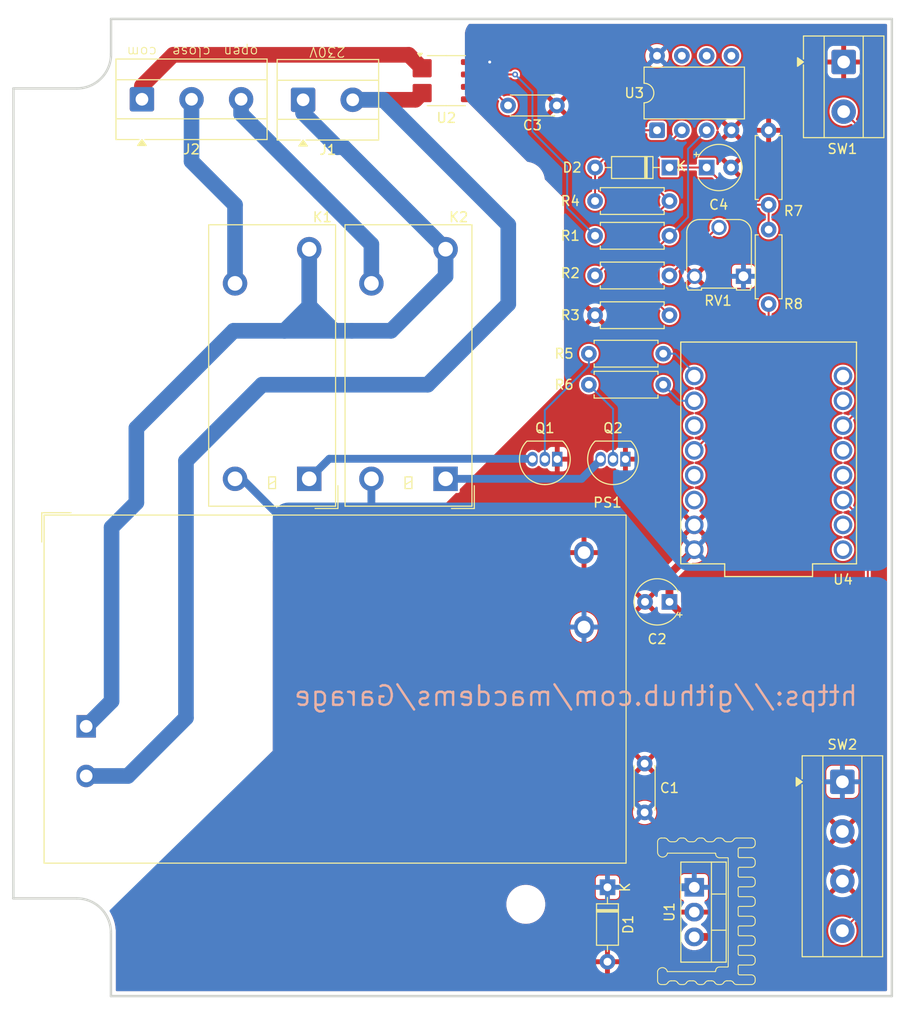
<source format=kicad_pcb>
(kicad_pcb (version 20241229) (generator "pcbnew") (generator_version "9.0")
  (layers (0 "F.Cu" signal) (2 "B.Cu" signal) (13 "F.Paste" user) (15 "B.Paste" user) (5 "F.SilkS" user "F.Silkscreen") (7 "B.SilkS" user "B.Silkscreen") (1 "F.Mask" user) (3 "B.Mask" user) (25 "Edge.Cuts" user))
  (net 0 "")
  (net 1 "GND")
  (net 2 "+12V")
  (net 3 "+5V")
  (net 4 "Net-(D2-K)")
  (net 5 "Net-(D2-A)")
  (net 6 "AC{slash}L")
  (net 7 "AC{slash}N")
  (net 8 "AC{slash}G1")
  (net 9 "Net-(Q1-C)")
  (net 10 "AC{slash}G2")
  (net 11 "Net-(Q2-C)")
  (net 12 "Net-(Q1-B)")
  (net 13 "Net-(Q2-B)")
  (net 14 "Net-(U2-VIOUT)")
  (net 15 "Net-(U3A-+)")
  (net 16 "Net-(R2-Pad2)")
  (net 17 "Net-(U3A--)")
  (net 18 "Net-(U4-GPIO1)")
  (net 19 "Net-(U4-GPIO0)")
  (net 20 "Net-(U2-FILTER)")
  (net 22 "Net-(U4-GPIO10)")
  (net 24 "Net-(U4-GPIO3)")
  (net 29 "Net-(SW2-2)")
  (footprint "Resistor_THT:R_Axial_DIN0207_L6.3mm_D2.5mm_P7.62mm_Horizontal" (layer "F.Cu") (at 115 80.645)
    (property "Reference" "R5" (at -2.54 0 0) (layer "F.SilkS"))
    (property "Value" "10k")
    (pad "1" thru_hole circle (at 0 0) (size 1.6 1.6) (drill 0.8) (layers "*.Cu" "*.Mask") (net 12 "Net-(Q1-B)"))
    (pad "2" thru_hole oval (at 7.62 0) (size 1.6 1.6) (drill 0.8) (layers "*.Cu" "*.Mask") (net 19 "Net-(U4-GPIO0)"))
  )
  (footprint "Package_DIP:DIP-8_W7.62mm" (layer "F.Cu") (at 121.985 57.78 90)
    (property "Reference" "U3" (at 3.81 -2.33 180) (layer "F.SilkS"))
    (property "Value" "LM358")
    (pad "1" thru_hole roundrect (at 0 0 90) (size 1.6 1.6) (drill 0.8) (layers "*.Cu" "*.Mask") (roundrect_rratio 0.15625) (net 5 "Net-(D2-A)"))
    (pad "2" thru_hole circle (at 0 2.54 90) (size 1.6 1.6) (drill 0.8) (layers "*.Cu" "*.Mask") (net 17 "Net-(U3A--)"))
    (pad "3" thru_hole circle (at 0 5.08 90) (size 1.6 1.6) (drill 0.8) (layers "*.Cu" "*.Mask") (net 15 "Net-(U3A-+)"))
    (pad "4" thru_hole circle (at 0 7.62 90) (size 1.6 1.6) (drill 0.8) (layers "*.Cu" "*.Mask") (net 1 "GND"))
    (pad "5" thru_hole circle (at 7.62 7.62 90) (size 1.6 1.6) (drill 0.8) (layers "*.Cu" "*.Mask"))
    (pad "6" thru_hole circle (at 7.62 5.08 90) (size 1.6 1.6) (drill 0.8) (layers "*.Cu" "*.Mask"))
    (pad "7" thru_hole circle (at 7.62 2.54 90) (size 1.6 1.6) (drill 0.8) (layers "*.Cu" "*.Mask"))
    (pad "8" thru_hole circle (at 7.62 0 90) (size 1.6 1.6) (drill 0.8) (layers "*.Cu" "*.Mask") (net 3 "+5V"))
  )
  (footprint "TerminalBlock_MetzConnect:TerminalBlock_MetzConnect_Type101_RT01603HBWC_1x03_P5.08mm_Horizontal" (layer "F.Cu") (at 69.215 54.61)
    (property "Reference" "J2" (at 5.08 5.1225 0) (layer "F.SilkS"))
    (property "Value" "Gate")
    (fp_text user "close" (at 7.106191 -5.4356 180) (layer "F.SilkS") (effects (font (thickness 0.1)) (justify left bottom)))
    (fp_text user "open" (at 11.9888 -5.4356 180) (layer "F.SilkS") (effects (font (thickness 0.1)) (justify left bottom)))
    (fp_text user "com" (at 1.597619 -5.4356 180) (layer "F.SilkS") (effects (font (thickness 0.1)) (justify left bottom)))
    (pad "1" thru_hole roundrect (at 0 0) (size 2.5 2.5) (drill 1.3) (layers "*.Cu" "*.Mask") (roundrect_rratio 0.1) (net 7 "AC{slash}N"))
    (pad "2" thru_hole circle (at 5.08 0) (size 2.5 2.5) (drill 1.3) (layers "*.Cu" "*.Mask") (net 8 "AC{slash}G1"))
    (pad "3" thru_hole circle (at 10.16 0) (size 2.5 2.5) (drill 1.3) (layers "*.Cu" "*.Mask") (net 10 "AC{slash}G2"))
  )
  (footprint "Resistor_THT:R_Axial_DIN0207_L6.3mm_D2.5mm_P7.62mm_Horizontal" (layer "F.Cu") (at 115.635 68.58)
    (property "Reference" "R1" (at -2.54 0 0) (layer "F.SilkS"))
    (property "Value" "10k")
    (pad "1" thru_hole circle (at 0 0) (size 1.6 1.6) (drill 0.8) (layers "*.Cu" "*.Mask") (net 14 "Net-(U2-VIOUT)"))
    (pad "2" thru_hole oval (at 7.62 0) (size 1.6 1.6) (drill 0.8) (layers "*.Cu" "*.Mask") (net 15 "Net-(U3A-+)"))
  )
  (footprint "MountingHole:MountingHole_3.5mm" (layer "F.Cu") (at 108.54 137)
    (property "Reference" "H3" (hide yes))
    (property "Value" "MountingHole" (hide yes))
    (pad "" np_thru_hole circle (at 0 0) (size 3.5 3.5) (drill 3.5) (layers "*.Cu" "*.Mask"))
  )
  (footprint "Capacitor_THT:CP_Radial_Tantal_D4.5mm_P2.50mm" (layer "F.Cu") (at 123.255 106.045 180)
    (property "Reference" "C2" (at 1.27 -3.81 180) (layer "F.SilkS"))
    (property "Value" "22µF")
    (pad "1" thru_hole rect (at 0 0 180) (size 1.6 1.6) (drill 0.8) (layers "*.Cu" "*.Mask") (net 3 "+5V"))
    (pad "2" thru_hole circle (at 2.5 0 180) (size 1.6 1.6) (drill 0.8) (layers "*.Cu" "*.Mask") (net 1 "GND"))
  )
  (footprint "Capacitor_THT:C_Disc_D4.3mm_W1.9mm_P5.00mm" (layer "F.Cu") (at 106.72 55.245)
    (property "Reference" "C3" (at 2.5 2.025 0) (layer "F.SilkS"))
    (property "Value" "1nF")
    (pad "1" thru_hole circle (at 0 0) (size 1.6 1.6) (drill 0.8) (layers "*.Cu" "*.Mask") (net 20 "Net-(U2-FILTER)"))
    (pad "2" thru_hole circle (at 5 0) (size 1.6 1.6) (drill 0.8) (layers "*.Cu" "*.Mask") (net 1 "GND"))
  )
  (footprint "TerminalBlock_MetzConnect:TerminalBlock_MetzConnect_Type101_RT01604HBWC_1x04_P5.08mm_Horizontal" (layer "F.Cu") (at 140.97 124.46 -90)
    (property "Reference" "SW2" (at -3.81 0 0) (layer "F.SilkS"))
    (property "Value" "Radio")
    (pad "1" thru_hole roundrect (at 0 0 270) (size 2.5 2.5) (drill 1.3) (layers "*.Cu" "*.Mask") (roundrect_rratio 0.1) (net 2 "+12V"))
    (pad "2" thru_hole circle (at 5.08 0 270) (size 2.5 2.5) (drill 1.3) (layers "*.Cu" "*.Mask") (net 1 "GND"))
    (pad "3" thru_hole circle (at 10.16 0 270) (size 2.5 2.5) (drill 1.3) (layers "*.Cu" "*.Mask") (net 1 "GND"))
    (pad "4" thru_hole circle (at 15.24 0 270) (size 2.5 2.5) (drill 1.3) (layers "*.Cu" "*.Mask") (net 29 "Net-(SW2-2)"))
  )
  (footprint "Package_TO_SOT_THT:TO-220-3_Vertical" (layer "F.Cu") (at 125.795 135.255 -90)
    (property "Reference" "U1" (at 2.54 2.54 90) (layer "F.SilkS"))
    (property "Value" "LM2940T-5.0/NOPB")
    (pad "1" thru_hole rect (at 0 0 270) (size 1.905 2) (drill 1.1) (layers "*.Cu" "*.Mask") (net 2 "+12V"))
    (pad "2" thru_hole oval (at 2.54 0 270) (size 1.905 2) (drill 1.1) (layers "*.Cu" "*.Mask") (net 1 "GND"))
    (pad "3" thru_hole oval (at 5.08 0 270) (size 1.905 2) (drill 1.1) (layers "*.Cu" "*.Mask") (net 3 "+5V"))
  )
  (footprint "Package_SO:SOIC-8_3.9x4.9mm_P1.27mm" (layer "F.Cu") (at 100.395 52.705)
    (property "Reference" "U2" (at 0 3.81 180) (layer "F.SilkS"))
    (property "Value" "ACS712xLCTR-05B")
    (pad "1" smd roundrect (at -2.475 -1.27) (size 1.95 1.87) (layers "F.Cu" "F.Mask" "F.Paste") (roundrect_rratio 0.08021390374) (net 7 "AC{slash}N") (clearance 0.6))
    (pad "4" smd roundrect (at -2.475 1.27) (size 1.95 1.87) (layers "F.Cu" "F.Mask" "F.Paste") (roundrect_rratio 0.08021390374) (net 7 "AC{slash}N") (clearance 0.6))
    (pad "5" smd roundrect (at 2.475 1.905) (size 1.95 0.6) (layers "F.Cu" "F.Mask" "F.Paste") (net 1 "GND"))
    (pad "6" smd roundrect (at 2.475 0.635) (size 1.95 0.6) (layers "F.Cu" "F.Mask" "F.Paste") (net 20 "Net-(U2-FILTER)"))
    (pad "7" smd roundrect (at 2.475 -0.635) (size 1.95 0.6) (layers "F.Cu" "F.Mask" "F.Paste") (net 14 "Net-(U2-VIOUT)"))
    (pad "8" smd roundrect (at 2.475 -1.905) (size 1.95 0.6) (layers "F.Cu" "F.Mask" "F.Paste") (net 3 "+5V"))
  )
  (footprint "TerminalBlock_MetzConnect:TerminalBlock_MetzConnect_Type101_RT01602HBWC_1x02_P5.08mm_Horizontal" (layer "F.Cu") (at 85.725 54.6625)
    (property "Reference" "J1" (at 2.54 5.1225 0) (layer "F.SilkS"))
    (property "Value" "AC L/N")
    (fp_text user "230V" (at 2.4892 -5.4881 180) (layer "F.SilkS") (effects (font (thickness 0.1)) (justify bottom)))
    (pad "1" thru_hole roundrect (at 0 0) (size 2.5 2.5) (drill 1.3) (layers "*.Cu" "*.Mask") (roundrect_rratio 0.1) (net 6 "AC{slash}L"))
    (pad "2" thru_hole circle (at 5.08 0) (size 2.5 2.5) (drill 1.3) (layers "*.Cu" "*.Mask") (net 7 "AC{slash}N"))
  )
  (footprint "Resistor_THT:R_Axial_DIN0207_L6.3mm_D2.5mm_P7.62mm_Horizontal" (layer "F.Cu") (at 115.635 76.708)
    (property "Reference" "R3" (at -2.54 0 0) (layer "F.SilkS"))
    (property "Value" "68k")
    (pad "1" thru_hole circle (at 0 0) (size 1.6 1.6) (drill 0.8) (layers "*.Cu" "*.Mask") (net 1 "GND"))
    (pad "2" thru_hole oval (at 7.62 0) (size 1.6 1.6) (drill 0.8) (layers "*.Cu" "*.Mask") (net 15 "Net-(U3A-+)"))
  )
  (footprint "Diode_THT:D_DO-35_SOD27_P7.62mm_Horizontal" (layer "F.Cu") (at 116.905 135.255 -90)
    (property "Reference" "D1" (at 3.81 -2.12 270) (layer "F.SilkS"))
    (property "Value" "1N4148")
    (fp_text user "K" (at 0 -1.8 270) (layer "F.SilkS"))
    (pad "1" thru_hole rect (at 0 0 270) (size 1.6 1.6) (drill 0.8) (layers "*.Cu" "*.Mask") (net 2 "+12V"))
    (pad "2" thru_hole oval (at 7.62 0 270) (size 1.6 1.6) (drill 0.8) (layers "*.Cu" "*.Mask") (net 1 "GND"))
  )
  (footprint "Package_TO_SOT_THT:TO-92_Inline" (layer "F.Cu") (at 118.745 91.44 180)
    (property "Reference" "Q2" (at 1.27 3.175 0) (layer "F.SilkS"))
    (property "Value" "2N5551")
    (pad "1" thru_hole rect (at 0 0 180) (size 1.05 1.5) (drill 0.75) (layers "*.Cu" "*.Mask") (net 1 "GND"))
    (pad "2" thru_hole oval (at 1.27 0 180) (size 1.05 1.5) (drill 0.75) (layers "*.Cu" "*.Mask") (net 13 "Net-(Q2-B)"))
    (pad "3" thru_hole oval (at 2.54 0 180) (size 1.05 1.5) (drill 0.75) (layers "*.Cu" "*.Mask") (net 11 "Net-(Q2-C)"))
  )
  (footprint "Relay_THT:Relay_SPST_Panasonic_JW1_FormA" (layer "F.Cu") (at 86.3525 93.4525 90)
    (property "Reference" "K1" (at 26.7775 1.3425 180) (layer "F.SilkS"))
    (property "Value" "Relay_SPST-NO")
    (pad "1" thru_hole rect (at 0 0 180) (size 2.5 2.5) (drill 1.5) (layers "*.Cu" "*.Mask") (net 9 "Net-(Q1-C)"))
    (pad "4" thru_hole oval (at 23.5 0 180) (size 2.5 2.5) (drill 1.5) (layers "*.Cu" "*.Mask") (net 6 "AC{slash}L"))
    (pad "6" thru_hole oval (at 20 -7.6 180) (size 2.5 2.5) (drill 1.5) (layers "*.Cu" "*.Mask") (net 8 "AC{slash}G1"))
    (pad "8" thru_hole oval (at 0 -7.6 180) (size 2.5 2.5) (drill 1.5) (layers "*.Cu" "*.Mask") (net 2 "+12V"))
  )
  (footprint "ESP32-C3_SUPERMINI:MODULE_ESP32-C3_SUPERMINI_TH" (layer "F.Cu") (at 133.415 90.805 180)
    (property "Reference" "U4" (at -7.62 -12.96 180) (layer "F.SilkS"))
    (property "Value" "ESP32-C3_SUPERMINI_TH")
    (pad "0" thru_hole circle (at 7.62 7.88 180) (size 1.905 1.905) (drill 1.27) (layers "*.Cu" "*.Mask") (net 19 "Net-(U4-GPIO0)"))
    (pad "1" thru_hole circle (at 7.62 5.34 180) (size 1.905 1.905) (drill 1.27) (layers "*.Cu" "*.Mask") (net 18 "Net-(U4-GPIO1)"))
    (pad "2" thru_hole circle (at 7.62 2.8 180) (size 1.905 1.905) (drill 1.27) (layers "*.Cu" "*.Mask"))
    (pad "3" thru_hole circle (at 7.62 0.26 180) (size 1.905 1.905) (drill 1.27) (layers "*.Cu" "*.Mask") (net 24 "Net-(U4-GPIO3)"))
    (pad "3.3" thru_hole circle (at 7.62 -4.82 180) (size 1.905 1.905) (drill 1.27) (layers "*.Cu" "*.Mask"))
    (pad "4" thru_hole circle (at 7.62 -2.28 180) (size 1.905 1.905) (drill 1.27) (layers "*.Cu" "*.Mask"))
    (pad "5" thru_hole circle (at -7.62 -9.9 180) (size 1.905 1.905) (drill 1.27) (layers "*.Cu" "*.Mask"))
    (pad "5V" thru_hole circle (at 7.62 -9.9 180) (size 1.905 1.905) (drill 1.27) (layers "*.Cu" "*.Mask") (net 3 "+5V"))
    (pad "6" thru_hole circle (at -7.62 -7.36 180) (size 1.905 1.905) (drill 1.27) (layers "*.Cu" "*.Mask"))
    (pad "7" thru_hole circle (at -7.62 -4.82 180) (size 1.905 1.905) (drill 1.27) (layers "*.Cu" "*.Mask") (net 29 "Net-(SW2-2)"))
    (pad "8" thru_hole circle (at -7.62 -2.28 180) (size 1.905 1.905) (drill 1.27) (layers "*.Cu" "*.Mask"))
    (pad "9" thru_hole circle (at -7.62 0.26 180) (size 1.905 1.905) (drill 1.27) (layers "*.Cu" "*.Mask"))
    (pad "10" thru_hole circle (at -7.62 2.8 180) (size 1.905 1.905) (drill 1.27) (layers "*.Cu" "*.Mask") (net 22 "Net-(U4-GPIO10)"))
    (pad "20" thru_hole circle (at -7.62 5.34 180) (size 1.905 1.905) (drill 1.27) (layers "*.Cu" "*.Mask"))
    (pad "21" thru_hole circle (at -7.62 7.88 180) (size 1.905 1.905) (drill 1.27) (layers "*.Cu" "*.Mask"))
    (pad "G" thru_hole circle (at 7.62 -7.36 180) (size 1.905 1.905) (drill 1.27) (layers "*.Cu" "*.Mask") (net 1 "GND"))
  )
  (footprint "Package_TO_SOT_THT:TO-92_Inline" (layer "F.Cu") (at 111.76 91.44 180)
    (property "Reference" "Q1" (at 1.27 3.175 0) (layer "F.SilkS"))
    (property "Value" "2N5551")
    (pad "1" thru_hole rect (at 0 0 180) (size 1.05 1.5) (drill 0.75) (layers "*.Cu" "*.Mask") (net 1 "GND"))
    (pad "2" thru_hole oval (at 1.27 0 180) (size 1.05 1.5) (drill 0.75) (layers "*.Cu" "*.Mask") (net 12 "Net-(Q1-B)"))
    (pad "3" thru_hole oval (at 2.54 0 180) (size 1.05 1.5) (drill 0.75) (layers "*.Cu" "*.Mask") (net 9 "Net-(Q1-C)"))
  )
  (footprint "Potentiometer_THT:Potentiometer_Runtron_RM-065_Vertical" (layer "F.Cu") (at 130.835 72.725 180)
    (property "Reference" "RV1" (at 2.6 -2.5 0) (layer "F.SilkS"))
    (property "Value" "10k")
    (pad "1" thru_hole rect (at 0 0 180) (size 1.56 1.56) (drill 1) (layers "*.Cu" "*.Mask") (net 3 "+5V"))
    (pad "2" thru_hole circle (at 2.5 5 180) (size 1.56 1.56) (drill 1) (layers "*.Cu" "*.Mask") (net 16 "Net-(R2-Pad2)"))
    (pad "3" thru_hole circle (at 5 0 180) (size 1.56 1.56) (drill 1) (layers "*.Cu" "*.Mask") (net 1 "GND"))
  )
  (footprint "MountingHole:MountingHole_3.5mm" (layer "F.Cu") (at 63.5 90)
    (property "Reference" "H2" (hide yes))
    (property "Value" "MountingHole" (hide yes))
    (pad "" np_thru_hole circle (at 0 0) (size 3.5 3.5) (drill 3.5) (layers "*.Cu" "*.Mask"))
  )
  (footprint "Capacitor_THT:CP_Radial_Tantal_D4.5mm_P2.50mm" (layer "F.Cu") (at 127.065 61.595)
    (property "Reference" "C4" (at 1.23 3.81 0) (layer "F.SilkS"))
    (property "Value" "22uF")
    (pad "1" thru_hole rect (at 0 0) (size 1.6 1.6) (drill 0.8) (layers "*.Cu" "*.Mask") (net 4 "Net-(D2-K)"))
    (pad "2" thru_hole circle (at 2.5 0) (size 1.6 1.6) (drill 0.8) (layers "*.Cu" "*.Mask") (net 1 "GND"))
  )
  (footprint "Resistor_THT:R_Axial_DIN0207_L6.3mm_D2.5mm_P7.62mm_Horizontal" (layer "F.Cu") (at 115.635 72.644)
    (property "Reference" "R2" (at -2.54 -0.24 0) (layer "F.SilkS"))
    (property "Value" "10k")
    (pad "1" thru_hole circle (at 0 0) (size 1.6 1.6) (drill 0.8) (layers "*.Cu" "*.Mask") (net 17 "Net-(U3A--)"))
    (pad "2" thru_hole oval (at 7.62 0) (size 1.6 1.6) (drill 0.8) (layers "*.Cu" "*.Mask") (net 16 "Net-(R2-Pad2)"))
  )
  (footprint "Resistor_THT:R_Axial_DIN0207_L6.3mm_D2.5mm_P7.62mm_Horizontal" (layer "F.Cu") (at 133.415 75.565 90)
    (property "Reference" "R8" (at 0 2.54 180) (layer "F.SilkS"))
    (property "Value" "5k6")
    (pad "1" thru_hole circle (at 0 0 90) (size 1.6 1.6) (drill 0.8) (layers "*.Cu" "*.Mask") (net 24 "Net-(U4-GPIO3)"))
    (pad "2" thru_hole oval (at 7.62 0 90) (size 1.6 1.6) (drill 0.8) (layers "*.Cu" "*.Mask") (net 4 "Net-(D2-K)"))
  )
  (footprint "Resistor_THT:R_Axial_DIN0207_L6.3mm_D2.5mm_P7.62mm_Horizontal" (layer "F.Cu") (at 115 83.82)
    (property "Reference" "R6" (at -2.54 0 0) (layer "F.SilkS"))
    (property "Value" "10k")
    (pad "1" thru_hole circle (at 0 0) (size 1.6 1.6) (drill 0.8) (layers "*.Cu" "*.Mask") (net 13 "Net-(Q2-B)"))
    (pad "2" thru_hole oval (at 7.62 0) (size 1.6 1.6) (drill 0.8) (layers "*.Cu" "*.Mask") (net 18 "Net-(U4-GPIO1)"))
  )
  (footprint "MountingHole:MountingHole_3.5mm" (layer "F.Cu") (at 108.5 63)
    (property "Reference" "H1" (hide yes))
    (property "Value" "MountingHole" (hide yes))
    (pad "" np_thru_hole circle (at 0 0) (size 3.5 3.5) (drill 3.5) (layers "*.Cu" "*.Mask"))
  )
  (footprint "Converter_ACDC:Converter_ACDC_Hi-Link_HLK-30Mxx" (layer "F.Cu") (at 63.5025 118.7825)
    (property "Reference" "PS1" (at 53.4025 -22.8975 180) (layer "F.SilkS"))
    (property "Value" "HLK-30M12C")
    (pad "1" thru_hole rect (at 0 0) (size 2 2.3) (drill 1.3) (layers "*.Cu" "*.Mask") (net 6 "AC{slash}L"))
    (pad "2" thru_hole oval (at 0 5.08) (size 2 2.3) (drill 1.3) (layers "*.Cu" "*.Mask") (net 7 "AC{slash}N"))
    (pad "3" thru_hole oval (at 51 -17.78) (size 2 2.3) (drill 1.3) (layers "*.Cu" "*.Mask") (net 1 "GND"))
    (pad "6" thru_hole oval (at 51 -10.16) (size 2 2.3) (drill 1.3) (layers "*.Cu" "*.Mask") (net 2 "+12V"))
  )
  (footprint "Resistor_THT:R_Axial_DIN0207_L6.3mm_D2.5mm_P7.62mm_Horizontal" (layer "F.Cu") (at 133.415 65.405 90)
    (property "Reference" "R7" (at -0.635 2.54 180) (layer "F.SilkS"))
    (property "Value" "4k7")
    (pad "1" thru_hole circle (at 0 0 90) (size 1.6 1.6) (drill 0.8) (layers "*.Cu" "*.Mask") (net 4 "Net-(D2-K)"))
    (pad "2" thru_hole oval (at 7.62 0 90) (size 1.6 1.6) (drill 0.8) (layers "*.Cu" "*.Mask") (net 1 "GND"))
  )
  (footprint "Custom:Heatsink_T8WC_TO-220" (layer "F.Cu") (at 129.095 137.655 -90)
    (property "Reference" "HS1" (hide yes))
    (property "Value" "Heatsink")
  )
  (footprint "Diode_THT:D_DO-35_SOD27_P7.62mm_Horizontal" (layer "F.Cu") (at 123.255 61.595 180)
    (property "Reference" "D2" (at 9.971 0 180) (layer "F.SilkS"))
    (property "Value" "1N4148")
    (fp_text user "K" (at -1.205 0.127 180) (layer "F.SilkS"))
    (pad "1" thru_hole rect (at 0 0 180) (size 1.6 1.6) (drill 0.8) (layers "*.Cu" "*.Mask") (net 4 "Net-(D2-K)"))
    (pad "2" thru_hole oval (at 7.62 0 180) (size 1.6 1.6) (drill 0.8) (layers "*.Cu" "*.Mask") (net 5 "Net-(D2-A)"))
  )
  (footprint "TerminalBlock_MetzConnect:TerminalBlock_MetzConnect_Type101_RT01602HBWC_1x02_P5.08mm_Horizontal" (layer "F.Cu") (at 141.1025 50.795 -90)
    (property "Reference" "SW1" (at 8.895 0.1325 0) (layer "F.SilkS"))
    (property "Value" "Button")
    (pad "1" thru_hole roundrect (at 0 0 270) (size 2.5 2.5) (drill 1.3) (layers "*.Cu" "*.Mask") (roundrect_rratio 0.1) (net 1 "GND"))
    (pad "2" thru_hole circle (at 5.08 0 270) (size 2.5 2.5) (drill 1.3) (layers "*.Cu" "*.Mask") (net 22 "Net-(U4-GPIO10)"))
  )
  (footprint "Capacitor_THT:C_Disc_D4.3mm_W1.9mm_P5.00mm" (layer "F.Cu") (at 120.715 127.595 90)
    (property "Reference" "C1" (at 2.5 2.54 180) (layer "F.SilkS"))
    (property "Value" "470nF")
    (pad "1" thru_hole circle (at 0 0 90) (size 1.6 1.6) (drill 0.8) (layers "*.Cu" "*.Mask") (net 2 "+12V"))
    (pad "2" thru_hole circle (at 5 0 90) (size 1.6 1.6) (drill 0.8) (layers "*.Cu" "*.Mask") (net 1 "GND"))
  )
  (footprint "Resistor_THT:R_Axial_DIN0207_L6.3mm_D2.5mm_P7.62mm_Horizontal" (layer "F.Cu") (at 115.635 65.024)
    (property "Reference" "R4" (at -2.54 0 0) (layer "F.SilkS"))
    (property "Value" "68k")
    (pad "1" thru_hole circle (at 0 0) (size 1.6 1.6) (drill 0.8) (layers "*.Cu" "*.Mask") (net 5 "Net-(D2-A)"))
    (pad "2" thru_hole oval (at 7.62 0) (size 1.6 1.6) (drill 0.8) (layers "*.Cu" "*.Mask") (net 17 "Net-(U3A--)"))
  )
  (footprint "Relay_THT:Relay_SPST_Panasonic_JW1_FormA" (layer "F.Cu") (at 100.3225 93.4525 90)
    (property "Reference" "K2" (at 26.7775 1.3425 180) (layer "F.SilkS"))
    (property "Value" "Relay_SPST-NO")
    (pad "1" thru_hole rect (at 0 0 180) (size 2.5 2.5) (drill 1.5) (layers "*.Cu" "*.Mask") (net 11 "Net-(Q2-C)"))
    (pad "4" thru_hole oval (at 23.5 0 180) (size 2.5 2.5) (drill 1.5) (layers "*.Cu" "*.Mask") (net 6 "AC{slash}L"))
    (pad "6" thru_hole oval (at 20 -7.6 180) (size 2.5 2.5) (drill 1.5) (layers "*.Cu" "*.Mask") (net 10 "AC{slash}G2"))
    (pad "8" thru_hole oval (at 0 -7.6 180) (size 2.5 2.5) (drill 1.5) (layers "*.Cu" "*.Mask") (net 2 "+12V"))
  )
  (gr_line (start 56.05 53.5) (end 62.55 53.5) (stroke (width 0.25)) (layer "Edge.Cuts"))
  (gr_line (start 66.04 146.39) (end 146.04 146.39) (stroke (width 0.25)) (layer "Edge.Cuts"))
  (gr_line (start 66.04 146.39) (end 66.04 139.89) (stroke (width 0.25)) (layer "Edge.Cuts"))
  (gr_line (start 56.05 53.5) (end 56.04 136.39) (stroke (width 0.25)) (layer "Edge.Cuts"))
  (gr_line (start 66.05 50) (end 66.05 46.39) (stroke (width 0.25)) (layer "Edge.Cuts"))
  (gr_arc (start 62.54 136.39) (mid 65.014874 137.415126) (end 66.04 139.89) (stroke (width 0.25)) (layer "Edge.Cuts"))
  (gr_line (start 62.54 136.39) (end 56.04 136.39) (stroke (width 0.25)) (layer "Edge.Cuts"))
  (gr_arc (start 66.05 50) (mid 65.024874 52.474874) (end 62.55 53.5) (stroke (width 0.25)) (layer "Edge.Cuts"))
  (gr_line (start 146.04 46.39) (end 66.05 46.39) (stroke (width 0.25)) (layer "Edge.Cuts"))
  (gr_line (start 146.04 146.39) (end 146.04 46.39) (stroke (width 0.25)) (layer "Edge.Cuts"))
  (gr_text "https://github.com/macdems/Garage" (at 113.665 116.84 0) (layer "B.SilkS") (effects (font (size 2 2) (thickness 0.25)) (justify bottom mirror)))
  (segment (start 133.375 57.785) (end 133.415 57.785) (width 0.2) (layer "F.Cu") (net 1))
  (segment (start 129.605 61.595) (end 129.565 61.595) (width 0.2) (layer "B.Cu") (net 1))
  (segment (start 129.565 61.595) (end 129.554 61.606) (width 0.2) (layer "B.Cu") (net 1))
  (segment (start 125.795 135.255) (end 124.525 135.255) (width 0.8) (layer "B.Cu") (net 2))
  (segment (start 92.7225 97.1025) (end 92.7225 93.4525) (width 0.8) (layer "B.Cu") (net 2))
  (segment (start 83.1325 97.1025) (end 79.4825 93.4525) (width 0.8) (layer "B.Cu") (net 2))
  (segment (start 79.4825 93.4525) (end 78.7525 93.4525) (width 0.8) (layer "B.Cu") (net 2))
  (segment (start 132.08 114.87) (end 123.255 106.045) (width 0.8) (layer "F.Cu") (net 3))
  (segment (start 125.795 140.335) (end 128.905 140.335) (width 0.8) (layer "F.Cu") (net 3))
  (segment (start 132.08 137.16) (end 132.08 114.87) (width 0.8) (layer "F.Cu") (net 3))
  (segment (start 104.84 50.8) (end 102.87 50.8) (width 0.6) (layer "F.Cu") (net 3))
  (segment (start 123.255 106.045) (end 123.255 103.245) (width 0.8) (layer "F.Cu") (net 3))
  (segment (start 128.905 140.335) (end 132.08 137.16) (width 0.8) (layer "F.Cu") (net 3))
  (segment (start 123.255 103.245) (end 125.795 100.705) (width 0.8) (layer "F.Cu") (net 3))
  (via (at 104.84 50.8) (size 0.6) (drill 0.3) (layers "F.Cu" "B.Cu") (net 3))
  (segment (start 130.835 72.725) (end 130.835 72.43) (width 0.8) (layer "B.Cu") (net 3))
  (segment (start 133.415 65.405) (end 133.415 67.945) (width 0.2) (layer "F.Cu") (net 4))
  (segment (start 130.875 65.405) (end 133.415 65.405) (width 0.2) (layer "F.Cu") (net 4))
  (segment (start 123.255 61.595) (end 127.065 61.595) (width 0.2) (layer "F.Cu") (net 4))
  (segment (start 127.065 61.595) (end 130.875 65.405) (width 0.2) (layer "F.Cu") (net 4))
  (segment (start 121.985 57.78) (end 119.45 57.78) (width 0.2) (layer "F.Cu") (net 5))
  (segment (start 115.635 61.595) (end 115.635 65.024) (width 0.2) (layer "F.Cu") (net 5))
  (segment (start 119.45 57.78) (end 115.635 61.595) (width 0.2) (layer "F.Cu") (net 5))
  (segment (start 90.71315 78.3035) (end 94.73185 78.3035) (width 1.6) (layer "B.Cu") (net 6))
  (segment (start 88.9 78.3035) (end 90.71315 78.3035) (width 1.6) (layer "B.Cu") (net 6))
  (segment (start 78.6065 78.3035) (end 83.82 78.3035) (width 1.6) (layer "B.Cu") (net 6))
  (segment (start 86.3525 75.771) (end 83.82 78.3035) (width 1.6) (layer "B.Cu") (net 6))
  (segment (start 85.725 56.018586) (end 85.725 54.6625) (width 1.6) (layer "B.Cu") (net 6))
  (segment (start 86.3525 69.9525) (end 86.3525 75.756) (width 1.6) (layer "B.Cu") (net 6))
  (segment (start 68.645 88.265) (end 78.6065 78.3035) (width 1.6) (layer "B.Cu") (net 6))
  (segment (start 68.645 95.885) (end 68.645 88.265) (width 1.6) (layer "B.Cu") (net 6))
  (segment (start 66.105 98.425) (end 68.645 95.885) (width 1.6) (layer "B.Cu") (net 6))
  (segment (start 63.5025 118.7825) (end 63.5275 118.7825) (width 1.6) (layer "B.Cu") (net 6))
  (segment (start 86.3525 75.756) (end 88.9 78.3035) (width 1.6) (layer "B.Cu") (net 6))
  (segment (start 89.219914 59.5135) (end 85.725 56.018586) (width 1.6) (layer "B.Cu") (net 6))
  (segment (start 89.8835 59.5135) (end 89.219914 59.5135) (width 1.6) (layer "B.Cu") (net 6))
  (segment (start 100.3225 72.71285) (end 100.3225 69.9525) (width 1.6) (layer "B.Cu") (net 6))
  (segment (start 100.3225 69.9525) (end 89.8835 59.5135) (width 1.6) (layer "B.Cu") (net 6))
  (segment (start 66.105 116.205) (end 66.105 98.425) (width 1.6) (layer "B.Cu") (net 6))
  (segment (start 86.3525 75.756) (end 86.3525 75.771) (width 1.6) (layer "B.Cu") (net 6))
  (segment (start 63.5275 118.7825) (end 66.105 116.205) (width 1.6) (layer "B.Cu") (net 6))
  (segment (start 94.73185 78.3035) (end 100.3225 72.71285) (width 1.6) (layer "B.Cu") (net 6))
  (segment (start 83.82 78.3035) (end 88.9 78.3035) (width 1.6) (layer "B.Cu") (net 6))
  (segment (start 97.2325 54.6625) (end 97.92 53.975) (width 1.6) (layer "F.Cu") (net 7))
  (segment (start 97.92 51.435) (end 96.544 50.059) (width 1.6) (layer "F.Cu") (net 7))
  (segment (start 96.544 50.059) (end 72.409914 50.059) (width 1.6) (layer "F.Cu") (net 7))
  (segment (start 90.805 54.6625) (end 97.2325 54.6625) (width 1.6) (layer "F.Cu") (net 7))
  (segment (start 69.215 53.253914) (end 69.215 54.61) (width 1.6) (layer "F.Cu") (net 7))
  (segment (start 72.409914 50.059) (end 69.215 53.253914) (width 1.6) (layer "F.Cu") (net 7))
  (segment (start 106.745 67.459825) (end 106.745 75.565) (width 1.6) (layer "B.Cu") (net 7))
  (segment (start 93.947675 54.6625) (end 106.745 67.459825) (width 1.6) (layer "B.Cu") (net 7))
  (segment (start 106.745 75.565) (end 98.49 83.82) (width 1.6) (layer "B.Cu") (net 7))
  (segment (start 73.725 117.912) (end 67.7745 123.8625) (width 1.6) (layer "B.Cu") (net 7))
  (segment (start 98.49 83.82) (end 81.52465 83.82) (width 1.6) (layer "B.Cu") (net 7))
  (segment (start 90.805 54.6625) (end 93.947675 54.6625) (width 1.6) (layer "B.Cu") (net 7))
  (segment (start 73.725 91.61965) (end 73.725 117.912) (width 1.6) (layer "B.Cu") (net 7))
  (segment (start 81.52465 83.82) (end 73.725 91.61965) (width 1.6) (layer "B.Cu") (net 7))
  (segment (start 67.7745 123.8625) (end 63.5025 123.8625) (width 1.6) (layer "B.Cu") (net 7))
  (segment (start 78.7525 73.4525) (end 78.7525 65.4175) (width 1.6) (layer "B.Cu") (net 8))
  (segment (start 78.7525 65.4175) (end 74.295 60.96) (width 1.6) (layer "B.Cu") (net 8))
  (segment (start 74.295 60.96) (end 74.295 54.61) (width 1.6) (layer "B.Cu") (net 8))
  (segment (start 88.4035 91.4015) (end 109.1905 91.4015) (width 0.8) (layer "B.Cu") (net 9))
  (segment (start 86.3525 93.4525) (end 88.4035 91.4015) (width 0.8) (layer "B.Cu") (net 9))
  (segment (start 109.1905 91.4015) (end 109.229 91.44) (width 0.8) (layer "B.Cu") (net 9))
  (segment (start 92.7225 69.46215) (end 87.39535 64.135) (width 1.6) (layer "B.Cu") (net 10))
  (segment (start 79.375 54.61) (end 79.375 56.11465) (width 1.6) (layer "B.Cu") (net 10))
  (segment (start 92.7225 73.4525) (end 92.7225 69.46215) (width 1.6) (layer "B.Cu") (net 10))
  (segment (start 79.375 56.11465) (end 87.39535 64.135) (width 1.6) (layer "B.Cu") (net 10))
  (segment (start 116.27 91.44) (end 114.2575 93.4525) (width 0.8) (layer "B.Cu") (net 11))
  (segment (start 114.2575 93.4525) (end 100.3225 93.4525) (width 0.8) (layer "B.Cu") (net 11))
  (segment (start 110.49 86.425) (end 115 81.915) (width 0.2) (layer "B.Cu") (net 12))
  (segment (start 115 81.915) (end 115 80.645) (width 0.2) (layer "B.Cu") (net 12))
  (segment (start 110.49 91.44) (end 110.49 86.425) (width 0.2) (layer "B.Cu") (net 12))
  (segment (start 117.475 86.295) (end 116.555 85.375) (width 0.2) (layer "B.Cu") (net 13))
  (segment (start 115 83.82) (end 116.555 85.375) (width 0.2) (layer "B.Cu") (net 13))
  (segment (start 117.475 91.44) (end 117.475 86.295) (width 0.2) (layer "B.Cu") (net 13))
  (segment (start 102.87 52.07) (end 107.442 52.07) (width 0.2) (layer "F.Cu") (net 14))
  (segment (start 115.635 69.215) (end 115.697 69.215) (width 0.2) (layer "F.Cu") (net 14))
  (via (at 107.442 52.07) (size 0.6) (drill 0.3) (layers "F.Cu" "B.Cu") (net 14))
  (segment (start 112.776 65.721) (end 115.635 68.58) (width 0.2) (layer "B.Cu") (net 14))
  (segment (start 112.776 61.468) (end 112.776 65.721) (width 0.2) (layer "B.Cu") (net 14))
  (segment (start 109.22 57.912) (end 112.776 61.468) (width 0.2) (layer "B.Cu") (net 14))
  (segment (start 107.442 52.07) (end 109.22 53.848) (width 0.2) (layer "B.Cu") (net 14))
  (segment (start 109.22 53.848) (end 109.22 57.912) (width 0.2) (layer "B.Cu") (net 14))
  (segment (start 123.255 68.58) (end 122.154 69.681) (width 0.2) (layer "F.Cu") (net 15))
  (segment (start 122.154 69.681) (end 122.154 75.607) (width 0.2) (layer "F.Cu") (net 15))
  (segment (start 122.154 75.607) (end 123.255 76.708) (width 0.2) (layer "F.Cu") (net 15))
  (segment (start 127.065 57.78) (end 125.16 59.685) (width 0.2) (layer "B.Cu") (net 15))
  (segment (start 125.16 59.685) (end 125.16 66.675) (width 0.2) (layer "B.Cu") (net 15))
  (segment (start 125.16 66.675) (end 123.255 68.58) (width 0.2) (layer "B.Cu") (net 15))
  (segment (start 128.174 67.725) (end 128.335 67.725) (width 0.2) (layer "F.Cu") (net 16))
  (segment (start 123.255 72.644) (end 128.174 67.725) (width 0.2) (layer "F.Cu") (net 16))
  (segment (start 115.635 72.644) (end 123.255 65.024) (width 0.2) (layer "F.Cu") (net 17))
  (segment (start 124.525 57.78) (end 121.664 60.641) (width 0.2) (layer "F.Cu") (net 17))
  (segment (start 124.525 57.78) (end 124.268 57.78) (width 0.2) (layer "F.Cu") (net 17))
  (segment (start 121.664 60.641) (end 121.664 63.433) (width 0.2) (layer "F.Cu") (net 17))
  (segment (start 121.664 63.433) (end 123.255 65.024) (width 0.2) (layer "F.Cu") (net 17))
  (segment (start 124.265 85.465) (end 122.62 83.82) (width 0.2) (layer "B.Cu") (net 18))
  (segment (start 125.795 85.465) (end 124.265 85.465) (width 0.2) (layer "B.Cu") (net 18))
  (segment (start 126.055 82.925) (end 125.795 82.925) (width 0.2) (layer "F.Cu") (net 19))
  (segment (start 125.795 82.615) (end 125.795 82.925) (width 0.2) (layer "B.Cu") (net 19))
  (segment (start 122.62 80.645) (end 123.825 80.645) (width 0.2) (layer "B.Cu") (net 19))
  (segment (start 123.825 80.645) (end 125.795 82.615) (width 0.2) (layer "B.Cu") (net 19))
  (segment (start 104.815 53.34) (end 102.87 53.34) (width 0.2) (layer "F.Cu") (net 20))
  (segment (start 106.72 55.245) (end 104.815 53.34) (width 0.2) (layer "F.Cu") (net 20))
  (segment (start 141.035 88.005) (end 143.455 85.585) (width 0.2) (layer "F.Cu") (net 22))
  (segment (start 143.455 85.585) (end 143.455 58.2275) (width 0.2) (layer "F.Cu") (net 22))
  (segment (start 143.455 58.2275) (end 141.1025 55.875) (width 0.2) (layer "F.Cu") (net 22))
  (segment (start 133.415 82.925) (end 125.795 90.545) (width 0.2) (layer "F.Cu") (net 24))
  (segment (start 133.415 75.565) (end 133.415 82.925) (width 0.2) (layer "F.Cu") (net 24))
  (segment (start 141.035 139.635) (end 143.575 137.095) (width 0.2) (layer "F.Cu") (net 29))
  (segment (start 143.575 137.095) (end 143.575 98.552) (width 0.2) (layer "F.Cu") (net 29))
  (segment (start 141.035 95.625) (end 143.575 98.165) (width 0.2) (layer "F.Cu") (net 29))
  (segment (start 143.575 98.165) (end 143.575 98.552) (width 0.2) (layer "F.Cu") (net 29))
  (zone (net 1) (net_name "GND") (layer "F.Cu") (priority 1) (connect_pads thru_hole_only (clearance 0)) (min_thickness 0.25) (fill yes (thermal_gap 0.5) (thermal_bridge_width 0.5) (smoothing fillet) (radius 1.6))
    (polygon (pts (xy 102.3 54.61) (xy 112.46 64.77) (xy 112.46 83.82) (xy 97.855 98.425) (xy 82.615 98.425) (xy 82.615 121.285) (xy 62.295 141.605) (xy 62.295 149.225) (xy 146.835 149.225) (xy 147.385 44.45) (xy 102.3 44.965)))
  )
  (zone (net 3) (net_name "+5V") (layer "B.Cu") (priority 3) (connect_pads thru_hole_only (clearance 0)) (min_thickness 0.25) (fill yes (thermal_gap 0.5) (thermal_bridge_width 0.5) (smoothing fillet) (radius 1.6) (island_removal_mode 1) (island_area_min 10))
    (polygon (pts (xy 102.3 44.965) (xy 102.3 54.61) (xy 112.46 64.77) (xy 112.46 83.82) (xy 114.935 83.82) (xy 117.475 86.36) (xy 117.475 94.615) (xy 124.525 102.87) (xy 146.75 102.87) (xy 146.75 44.45)))
  )
  (zone (net 6) (net_name "AC{slash}L") (layer "B.Cu") (connect_pads yes (clearance 0)) (min_thickness 0.25) (fill yes (thermal_gap 0.5) (thermal_bridge_width 0.5) (smoothing fillet) (radius 0.4))
    (polygon (pts (xy 86.36 76.2) (xy 83.82 78.74) (xy 88.9 78.74)))
  )
  (zone (net 2) (net_name "+12V") (layer "B.Cu") (priority 2) (connect_pads thru_hole_only (clearance 0)) (min_thickness 0.25) (fill yes (thermal_gap 0.5) (thermal_bridge_width 0.5) (smoothing fillet) (radius 1.6) (island_removal_mode 1) (island_area_min 10))
    (polygon (pts (xy 124.207493 103.505) (xy 117.857493 95.885) (xy 82.615 95.885) (xy 82.615 121.285) (xy 54.675 148.59) (xy 146.75 147.955) (xy 147.385 103.505)))
  )
)
</source>
